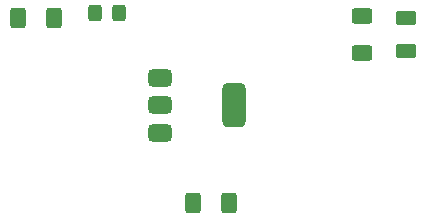
<source format=gbr>
%TF.GenerationSoftware,KiCad,Pcbnew,8.0.2*%
%TF.CreationDate,2025-12-30T14:28:12-05:00*%
%TF.ProjectId,voltage regulator,766f6c74-6167-4652-9072-6567756c6174,rev?*%
%TF.SameCoordinates,Original*%
%TF.FileFunction,Paste,Top*%
%TF.FilePolarity,Positive*%
%FSLAX46Y46*%
G04 Gerber Fmt 4.6, Leading zero omitted, Abs format (unit mm)*
G04 Created by KiCad (PCBNEW 8.0.2) date 2025-12-30 14:28:12*
%MOMM*%
%LPD*%
G01*
G04 APERTURE LIST*
G04 Aperture macros list*
%AMRoundRect*
0 Rectangle with rounded corners*
0 $1 Rounding radius*
0 $2 $3 $4 $5 $6 $7 $8 $9 X,Y pos of 4 corners*
0 Add a 4 corners polygon primitive as box body*
4,1,4,$2,$3,$4,$5,$6,$7,$8,$9,$2,$3,0*
0 Add four circle primitives for the rounded corners*
1,1,$1+$1,$2,$3*
1,1,$1+$1,$4,$5*
1,1,$1+$1,$6,$7*
1,1,$1+$1,$8,$9*
0 Add four rect primitives between the rounded corners*
20,1,$1+$1,$2,$3,$4,$5,0*
20,1,$1+$1,$4,$5,$6,$7,0*
20,1,$1+$1,$6,$7,$8,$9,0*
20,1,$1+$1,$8,$9,$2,$3,0*%
G04 Aperture macros list end*
%ADD10RoundRect,0.250000X-0.400000X-0.625000X0.400000X-0.625000X0.400000X0.625000X-0.400000X0.625000X0*%
%ADD11RoundRect,0.250000X0.625000X-0.375000X0.625000X0.375000X-0.625000X0.375000X-0.625000X-0.375000X0*%
%ADD12RoundRect,0.250000X-0.325000X-0.450000X0.325000X-0.450000X0.325000X0.450000X-0.325000X0.450000X0*%
%ADD13RoundRect,0.375000X-0.625000X-0.375000X0.625000X-0.375000X0.625000X0.375000X-0.625000X0.375000X0*%
%ADD14RoundRect,0.500000X-0.500000X-1.400000X0.500000X-1.400000X0.500000X1.400000X-0.500000X1.400000X0*%
%ADD15RoundRect,0.250000X0.625000X-0.400000X0.625000X0.400000X-0.625000X0.400000X-0.625000X-0.400000X0*%
G04 APERTURE END LIST*
D10*
%TO.C,R1*%
X124650000Y-102800000D03*
X127750000Y-102800000D03*
%TD*%
%TO.C,R2*%
X109850000Y-87100000D03*
X112950000Y-87100000D03*
%TD*%
D11*
%TO.C,D3*%
X142700000Y-89900000D03*
X142700000Y-87100000D03*
%TD*%
D12*
%TO.C,D4*%
X116400000Y-86700000D03*
X118450000Y-86700000D03*
%TD*%
D13*
%TO.C,U1*%
X121850000Y-92200000D03*
X121850000Y-94500000D03*
D14*
X128150000Y-94500000D03*
D13*
X121850000Y-96800000D03*
%TD*%
D15*
%TO.C,R3*%
X139000000Y-90050000D03*
X139000000Y-86950000D03*
%TD*%
M02*

</source>
